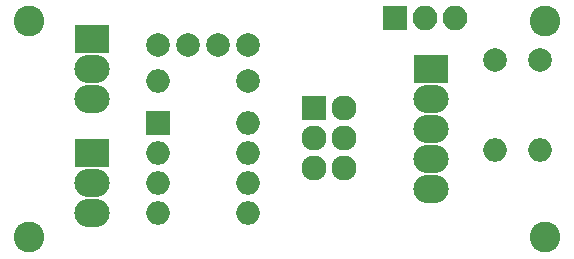
<source format=gbr>
G04 #@! TF.GenerationSoftware,KiCad,Pcbnew,5.1.5*
G04 #@! TF.CreationDate,2020-01-29T11:09:02+01:00*
G04 #@! TF.ProjectId,TinyADC,54696e79-4144-4432-9e6b-696361645f70,rev?*
G04 #@! TF.SameCoordinates,Original*
G04 #@! TF.FileFunction,Soldermask,Bot*
G04 #@! TF.FilePolarity,Negative*
%FSLAX46Y46*%
G04 Gerber Fmt 4.6, Leading zero omitted, Abs format (unit mm)*
G04 Created by KiCad (PCBNEW 5.1.5) date 2020-01-29 11:09:02*
%MOMM*%
%LPD*%
G04 APERTURE LIST*
%ADD10O,3.000000X2.400000*%
%ADD11R,3.000000X2.400000*%
%ADD12R,2.127200X2.127200*%
%ADD13O,2.127200X2.127200*%
%ADD14C,2.000000*%
%ADD15O,2.000000X2.000000*%
%ADD16R,2.000000X2.000000*%
%ADD17R,2.100000X2.100000*%
%ADD18O,2.100000X2.100000*%
%ADD19C,2.600000*%
G04 APERTURE END LIST*
D10*
X124460000Y-107950000D03*
X124460000Y-105410000D03*
D11*
X124460000Y-102870000D03*
D12*
X143256000Y-108712000D03*
D13*
X145796000Y-108712000D03*
X143256000Y-111252000D03*
X145796000Y-111252000D03*
X143256000Y-113792000D03*
X145796000Y-113792000D03*
D14*
X137628000Y-103378000D03*
X135128000Y-103378000D03*
X132548000Y-103378000D03*
X130048000Y-103378000D03*
D11*
X153162000Y-105410000D03*
D10*
X153162000Y-107950000D03*
X153162000Y-110490000D03*
X153162000Y-113030000D03*
X153162000Y-115570000D03*
D11*
X124460000Y-112522000D03*
D10*
X124460000Y-115062000D03*
X124460000Y-117602000D03*
D15*
X162366672Y-112268000D03*
D14*
X162366672Y-104648000D03*
X158556672Y-104648000D03*
D15*
X158556672Y-112268000D03*
D14*
X137668000Y-106426000D03*
D15*
X130048000Y-106426000D03*
D16*
X130048000Y-109982000D03*
D15*
X137668000Y-117602000D03*
X130048000Y-112522000D03*
X137668000Y-115062000D03*
X130048000Y-115062000D03*
X137668000Y-112522000D03*
X130048000Y-117602000D03*
X137668000Y-109982000D03*
D17*
X150114000Y-101092000D03*
D18*
X152654000Y-101092000D03*
X155194000Y-101092000D03*
D19*
X119126000Y-101346000D03*
X119126000Y-119634000D03*
X162814000Y-119634000D03*
X162814000Y-101346000D03*
M02*

</source>
